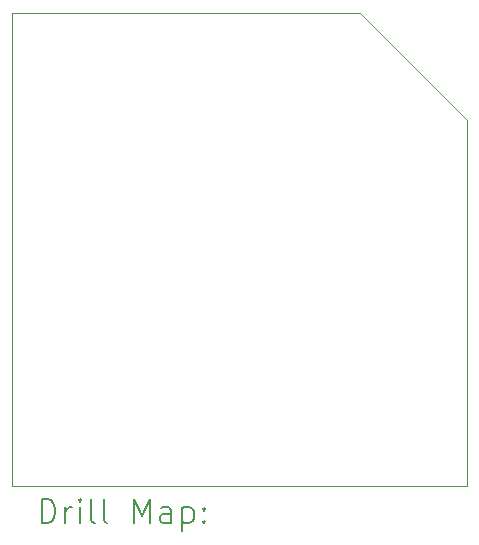
<source format=gbr>
%FSLAX45Y45*%
G04 Gerber Fmt 4.5, Leading zero omitted, Abs format (unit mm)*
G04 Created by KiCad (PCBNEW (6.0.0-0)) date 2022-07-07 12:11:14*
%MOMM*%
%LPD*%
G01*
G04 APERTURE LIST*
%TA.AperFunction,Profile*%
%ADD10C,0.100000*%
%TD*%
%ADD11C,0.200000*%
G04 APERTURE END LIST*
D10*
X11450000Y-8050000D02*
X11450000Y-11150000D01*
X11450000Y-11150000D02*
X7600000Y-11150000D01*
X7600000Y-11150000D02*
X7600000Y-7150000D01*
X7600000Y-7150000D02*
X10550000Y-7150000D01*
X10550000Y-7150000D02*
X11450000Y-8050000D01*
D11*
X7852619Y-11465476D02*
X7852619Y-11265476D01*
X7900238Y-11265476D01*
X7928809Y-11275000D01*
X7947857Y-11294048D01*
X7957381Y-11313095D01*
X7966905Y-11351190D01*
X7966905Y-11379762D01*
X7957381Y-11417857D01*
X7947857Y-11436905D01*
X7928809Y-11455952D01*
X7900238Y-11465476D01*
X7852619Y-11465476D01*
X8052619Y-11465476D02*
X8052619Y-11332143D01*
X8052619Y-11370238D02*
X8062143Y-11351190D01*
X8071667Y-11341667D01*
X8090714Y-11332143D01*
X8109762Y-11332143D01*
X8176428Y-11465476D02*
X8176428Y-11332143D01*
X8176428Y-11265476D02*
X8166905Y-11275000D01*
X8176428Y-11284524D01*
X8185952Y-11275000D01*
X8176428Y-11265476D01*
X8176428Y-11284524D01*
X8300238Y-11465476D02*
X8281190Y-11455952D01*
X8271667Y-11436905D01*
X8271667Y-11265476D01*
X8405000Y-11465476D02*
X8385952Y-11455952D01*
X8376428Y-11436905D01*
X8376428Y-11265476D01*
X8633571Y-11465476D02*
X8633571Y-11265476D01*
X8700238Y-11408333D01*
X8766905Y-11265476D01*
X8766905Y-11465476D01*
X8947857Y-11465476D02*
X8947857Y-11360714D01*
X8938333Y-11341667D01*
X8919286Y-11332143D01*
X8881190Y-11332143D01*
X8862143Y-11341667D01*
X8947857Y-11455952D02*
X8928810Y-11465476D01*
X8881190Y-11465476D01*
X8862143Y-11455952D01*
X8852619Y-11436905D01*
X8852619Y-11417857D01*
X8862143Y-11398809D01*
X8881190Y-11389286D01*
X8928810Y-11389286D01*
X8947857Y-11379762D01*
X9043095Y-11332143D02*
X9043095Y-11532143D01*
X9043095Y-11341667D02*
X9062143Y-11332143D01*
X9100238Y-11332143D01*
X9119286Y-11341667D01*
X9128810Y-11351190D01*
X9138333Y-11370238D01*
X9138333Y-11427381D01*
X9128810Y-11446428D01*
X9119286Y-11455952D01*
X9100238Y-11465476D01*
X9062143Y-11465476D01*
X9043095Y-11455952D01*
X9224048Y-11446428D02*
X9233571Y-11455952D01*
X9224048Y-11465476D01*
X9214524Y-11455952D01*
X9224048Y-11446428D01*
X9224048Y-11465476D01*
X9224048Y-11341667D02*
X9233571Y-11351190D01*
X9224048Y-11360714D01*
X9214524Y-11351190D01*
X9224048Y-11341667D01*
X9224048Y-11360714D01*
M02*

</source>
